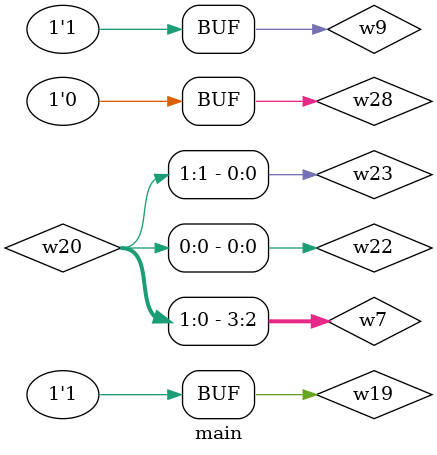
<source format=v>

`timescale 1ns/1ns

module main;    //: root_module
reg [7:0] w7;    //: /sn:0 {0}(#:647,677)(647,654)(647,654)(#:647,653){1}
reg w4;    //: /sn:0 {0}(301,81)(320,81)(320,171)(317,171){1}
//: {2}(313,171)(261,171){3}
//: {4}(315,173)(315,222)(341,222)(341,288){5}
//: {6}(339,290)(329,290)(329,293)(262,293){7}
//: {8}(341,292)(341,435){9}
//: {10}(339,437)(329,437)(329,438)(266,438){11}
//: {12}(341,439)(341,611)(255,611){13}
supply1 w19;    //: /sn:0 {0}(850,672)(850,623)(850,623)(850,608){1}
reg [7:0] w34;    //: /sn:0 {0}(1065,420)(#:1065,304){1}
supply0 w28;    //: /sn:0 {0}(881,310)(881,287)(860,287){1}
reg [7:0] w36;    //: /sn:0 {0}(1270,399)(1270,323)(#:1270,323)(#:1270,308){1}
reg w5;    //: /sn:0 {0}(509,720)(562,720)(562,231)(139,231)(139,216)(149,216){1}
//: {2}(153,216)(170,216)(170,176)(185,176){3}
//: {4}(151,218)(151,296){5}
//: {6}(153,298)(179,298)(179,298)(186,298){7}
//: {8}(151,300)(151,441){9}
//: {10}(153,443)(190,443){11}
//: {12}(151,445)(151,616)(179,616){13}
supply1 w9;    //: /sn:0 {0}(541,444)(541,445)(541,445)(541,430){1}
wire w32;    //: /sn:0 {0}(866,580)(1312,580)(1312,578){1}
//: {2}(1312,574)(1312,569){3}
//: {4}(1310,576)(1300,576)(1300,407)(1275,407){5}
wire [7:0] w6;    //: /sn:0 {0}(#:229,517)(238,517){1}
//: {2}(242,517)(284,517)(284,508){3}
//: {4}(240,515)(240,480)(241,480)(241,470){5}
//: {6}(243,468)(373,468)(373,189){7}
//: {8}(375,187)(453,187){9}
//: {10}(373,185)(373,57)(#:450,57){11}
//: {12}(239,468)(227,468)(#:227,454){13}
wire [7:0] w16;    //: /sn:0 {0}(#:453,175)(411,175)(411,173)(353,173){1}
//: {2}(351,171)(351,45)(450,45){3}
//: {4}(351,175)(351,725)(281,725){5}
//: {6}(279,723)(#:279,667){7}
//: {8}(277,725)(216,725)(#:216,627){9}
wire [7:0] w14;    //: /sn:0 {0}(852,273)(852,63)(#:479,63){1}
wire w15;    //: /sn:0 {0}(757,591)(612,591)(612,647){1}
wire [1:0] w3;    //: /sn:0 {0}(#:599,468)(569,468)(569,468)(554,468){1}
wire [7:0] w0;    //: /sn:0 {0}(#:267,365)(267,370)(223,370)(223,325){1}
//: {2}(225,323)(405,323)(405,200){3}
//: {4}(407,198)(#:417,198)(417,199)(453,199){5}
//: {6}(405,196)(405,69)(#:450,69){7}
//: {8}(223,321)(#:223,309){9}
wire w37;    //: /sn:0 {0}(758,264)(758,287)(812,287){1}
wire [7:0] w21;    //: /sn:0 {0}(#:482,193)(820,193)(820,273){1}
wire w31;    //: /sn:0 {0}(866,592)(1085,592)(1085,428)(1070,428){1}
wire [1:0] w20;    //: /sn:0 {0}(#:489,264)(469,264)(469,216){1}
wire w23;    //: /sn:0 {0}(495,269)(642,269)(642,647){1}
wire w24;    //: /sn:0 {0}(652,647)(652,387)(529,387)(529,134){1}
wire [7:0] w1;    //: /sn:0 {0}(#:1270,415)(1270,512)(1067,512){1}
//: {2}(1065,510)(#:1065,436){3}
//: {4}(1065,514)(1065,516)(838,516){5}
//: {6}(836,514)(#:836,389){7}
//: {8}(836,518)(836,528)(743,528)(743,568)(218,568){9}
//: {10}(214,568)(143,568)(143,420){11}
//: {12}(#:145,418)(227,418)(227,433){13}
//: {14}(143,416)(143,272){15}
//: {16}(#:145,270)(223,270)(223,288){17}
//: {18}(143,268)(143,133){19}
//: {20}(145,131)(222,131)(222,166){21}
//: {22}(141,131)(#:135,131){23}
//: {24}(216,570)(#:216,580)(216,580)(216,606){25}
wire w25;    //: /sn:0 {0}(539,134)(539,203)(662,203)(662,647){1}
wire w8;    //: /sn:0 {0}(525,462)(411,462)(411,303)(262,303){1}
wire w18;    //: /sn:0 {0}(255,621)(510,621)(510,486)(525,486){1}
wire [7:0] w35;    //: /sn:0 {0}(836,373)(836,319)(#:836,319)(#:836,302){1}
wire w30;    //: /sn:0 {0}(841,381)(912,381)(912,604)(866,604){1}
wire w17;    //: /sn:0 {0}(622,647)(622,581)(757,581){1}
wire w22;    //: /sn:0 {0}(495,259)(632,259)(632,647){1}
wire w2;    //: /sn:0 {0}(525,450)(440,450)(440,181)(261,181){1}
wire [1:0] w12;    //: /sn:0 {0}(466,86)(466,113)(#:534,113)(#:534,128){1}
wire [7:0] w10;    //: /sn:0 {0}(#:222,187)(222,216)(229,216){1}
//: {2}(233,216)(311,216)(311,197)(383,197){3}
//: {4}(387,197)(392,197)(392,211)(453,211){5}
//: {6}(385,195)(385,81)(450,81){7}
//: {8}(231,218)(231,236)(232,236)(232,242){9}
//: {10}(234,244)(277,244)(277,288)(307,288)(307,278){11}
//: {12}(230,244)(#:220,244){13}
wire w13;    //: /sn:0 {0}(266,448)(312,448)(312,474)(525,474){1}
wire w27;    //: /sn:0 {0}(605,473)(682,473)(682,647){1}
wire w33;    //: /sn:0 {0}(866,568)(881,568){1}
wire [1:0] w29;    //: /sn:0 {0}(837,586)(779,586)(#:779,586)(#:763,586){1}
wire w26;    //: /sn:0 {0}(605,463)(672,463)(672,647){1}
//: enddecls

  //: comment g4 @(220,258) /sn:0
  //: /line:"R1"
  //: /end
  //: comment g8 @(205,535) /sn:0
  //: /line:"R3"
  //: /end
  //: comment g3 @(222,103) /sn:0
  //: /line:"R0"
  //: /end
  //: joint g13 (w1) @(143, 131) /w:[ 20 -1 22 19 ]
  //: joint g34 (w0) @(405, 198) /w:[ 4 6 -1 3 ]
  _GGNDECODER4 #(4, 4) g37 (.I(w3), .E(w9), .Z0(w2), .Z1(w8), .Z2(w13), .Z3(w18));   //: @(541,468) /sn:0 /R:3 /w:[ 1 0 0 0 1 1 ] /ss:0 /do:0
  //: DIP g51 (w34) @(1065,294) /sn:0 /w:[ 1 ] /st:2 /dn:1
  _GGBUFIF8 #(4, 6) g55 (.Z(w1), .I(w36), .E(w32));   //: @(1270,405) /sn:0 /R:3 /w:[ 0 0 5 ]
  //: LED g58 (w10) @(307,271) /sn:0 /w:[ 11 ] /type:2
  _GGREG8 #(10, 10, 20) g2 (.Q(w0), .D(w1), .EN(w8), .CLR(w4), .CK(w5));   //: @(223,298) /sn:0 /w:[ 9 17 1 7 7 ]
  //: LED g59 (w0) @(267,358) /sn:0 /w:[ 0 ] /type:2
  //: SWITCH g1 (w5) @(492,720) /sn:0 /w:[ 0 ] /st:1 /dn:1
  //: joint g16 (w1) @(216, 568) /w:[ 9 -1 10 24 ]
  //: joint g11 (w6) @(240, 517) /w:[ 2 4 1 -1 ]
  _GGBUFIF8 #(4, 6) g50 (.Z(w1), .I(w35), .E(w30));   //: @(836,379) /sn:0 /R:3 /w:[ 7 0 0 ]
  //: LED g10 (w6) @(284,501) /sn:0 /w:[ 3 ] /type:2
  //: joint g19 (w5) @(151, 443) /w:[ 10 9 -1 12 ]
  //: joint g32 (w6) @(373, 187) /w:[ 8 10 -1 7 ]
  _GGREG8 #(10, 10, 20) g6 (.Q(w16), .D(w1), .EN(w18), .CLR(w4), .CK(w5));   //: @(216,616) /sn:0 /w:[ 9 25 0 13 13 ]
  //: VDD g38 (w9) @(552,430) /sn:0 /w:[ 1 ]
  //: comment g7 @(224,368) /sn:0
  //: /line:"R2"
  //: /end
  //: joint g53 (w1) @(836, 516) /w:[ 5 6 -1 8 ]
  //: joint g57 (w32) @(1312, 576) /w:[ -1 2 4 1 ]
  //: joint g9 (w10) @(231, 216) /w:[ 2 -1 1 8 ]
  //: joint g15 (w1) @(143, 418) /w:[ 12 14 -1 11 ]
  //: comment g20 @(18,161) /sn:0
  //: /line:"Clock"
  //: /end
  //: joint g31 (w6) @(241, 468) /w:[ 6 -1 12 5 ]
  //: DIP g39 (w7) @(647,688) /sn:0 /R:2 /w:[ 0 ] /st:144 /dn:1
  assign w20 = {w23, w22}; //: CONCAT g43  @(490,264) /sn:0 /R:2 /w:[ 0 0 0 ] /dr:0 /tp:0 /drp:1
  //: LED g48 (w37) @(758,257) /sn:0 /w:[ 0 ] /type:0
  //: joint g17 (w5) @(151, 216) /w:[ 2 -1 1 4 ]
  //: joint g25 (w4) @(341, 437) /w:[ -1 9 10 12 ]
  _GGMUX4x8 #(12, 12) g29 (.I0(w10), .I1(w0), .I2(w6), .I3(w16), .S(w20), .Z(w21));   //: @(469,193) /sn:0 /R:1 /w:[ 5 5 9 0 1 0 ] /ss:0 /do:0
  assign w3 = {w27, w26}; //: CONCAT g42  @(600,468) /sn:0 /R:2 /w:[ 0 0 0 ] /dr:0 /tp:0 /drp:1
  _GGBUFIF8 #(4, 6) g52 (.Z(w1), .I(w34), .E(w31));   //: @(1065,426) /sn:0 /R:3 /w:[ 3 0 1 ]
  _GGREG8 #(10, 10, 20) g5 (.Q(w6), .D(w1), .EN(w13), .CLR(w4), .CK(w5));   //: @(227,443) /sn:0 /w:[ 13 13 0 11 11 ]
  //: joint g14 (w1) @(143, 270) /w:[ 16 18 -1 15 ]
  //: joint g56 (w1) @(1065, 512) /w:[ 1 2 -1 4 ]
  assign w29 = {w17, w15}; //: CONCAT g44  @(762,586) /sn:0 /w:[ 1 1 0 ] /dr:0 /tp:0 /drp:1
  _GGADD8 #(68, 70, 62, 64) g47 (.A(w21), .B(w14), .S(w35), .CI(w28), .CO(w37));   //: @(836,289) /sn:0 /w:[ 1 0 1 1 1 ]
  //: SWITCH g21 (w4) @(284,81) /sn:0 /w:[ 0 ] /st:1 /dn:1
  //: joint g24 (w4) @(341, 290) /w:[ -1 5 6 8 ]
  //: joint g36 (w10) @(385, 197) /w:[ 4 6 3 -1 ]
  //: joint g23 (w4) @(315, 171) /w:[ 1 -1 2 4 ]
  assign w12 = {w24, w25}; //: CONCAT g41  @(534,129) /sn:0 /R:1 /w:[ 1 1 0 ] /dr:0 /tp:0 /drp:1
  assign {w27, w26, w25, w24, w23, w22, w17, w15} = w7; //: CONCAT g40  @(647,652) /sn:0 /R:3 /w:[ 1 1 1 0 1 1 0 1 1 ] /dr:0 /tp:0 /drp:0
  //: DIP g54 (w36) @(1270,298) /sn:0 /w:[ 1 ] /st:2 /dn:1
  //: LED g60 (w16) @(279,660) /sn:0 /w:[ 7 ] /type:2
  _GGREG8 #(10, 10, 20) g0 (.Q(w10), .D(w1), .EN(w2), .CLR(w4), .CK(w5));   //: @(222,176) /sn:0 /w:[ 0 21 1 3 3 ]
  //: comment g22 @(269,22) /sn:0
  //: /line:"Clear"
  //: /line:"Registers"
  //: /end
  _GGMUX4x8 #(12, 12) g26 (.I0(w10), .I1(w0), .I2(w6), .I3(w16), .S(w12), .Z(w14));   //: @(466,63) /sn:0 /R:1 /w:[ 7 7 11 3 0 1 ] /ss:0 /do:0
  _GGDECODER4 #(6, 6) g45 (.I(w29), .E(w19), .Z0(w30), .Z1(w31), .Z2(w32), .Z3(w33));   //: @(850,586) /sn:0 /R:1 /w:[ 0 1 1 0 0 0 ] /ss:0 /do:0
  //: VDD g46 (w19) @(839,672) /sn:0 /R:2 /w:[ 0 ]
  //: joint g35 (w10) @(232, 244) /w:[ 10 9 12 -1 ]
  //: joint g18 (w5) @(151, 298) /w:[ 6 5 -1 8 ]
  //: joint g12 (w16) @(279, 725) /w:[ 5 6 8 -1 ]
  //: joint g30 (w16) @(351, 173) /w:[ 1 2 -1 4 ]
  //: joint g33 (w0) @(223, 323) /w:[ 2 8 -1 1 ]
  //: GROUND g49 (w28) @(881,316) /sn:0 /w:[ 0 ]

endmodule
//: /netlistEnd


</source>
